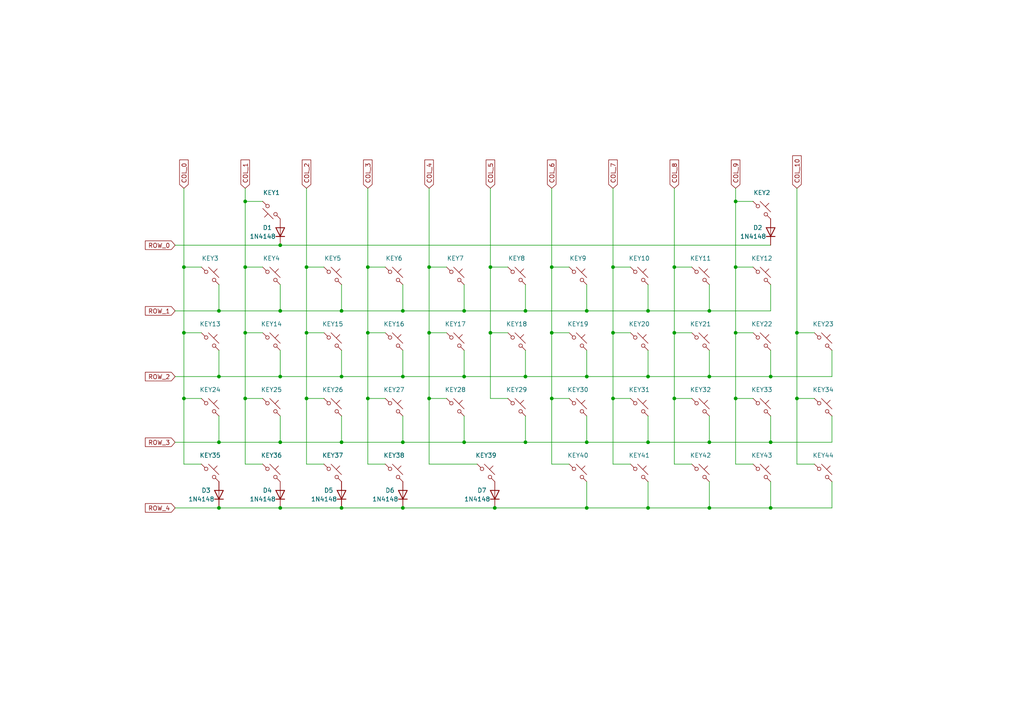
<source format=kicad_sch>
(kicad_sch (version 20230121) (generator eeschema)
  (paper "A4")
  (lib_symbols
    (symbol "Diode:1N4148" (pin_numbers hide) (pin_names (offset 1.016) hide)
      (property "Reference" "D" (at 0 2.54 0))
      (property "Value" "1N4148" (at 0 -2.54 0))
      (symbol "1N4148_0_1"
        (polyline (pts (xy -1.27 1.27) (xy -1.27 -1.27)) (stroke (width 0.254)))
        (polyline (pts (xy 1.27 0) (xy -1.27 0)))
        (polyline (pts (xy 1.27 1.27) (xy 1.27 -1.27) (xy -1.27 0) (xy 1.27 1.27)) (stroke (width 0.254)))
      )
      (symbol "1N4148_1_1"
        (pin passive line (at -3.81 0 0) (length 2.54) (name "K") (number "1"))
        (pin passive line (at 3.81 0 180) (length 2.54) (name "A") (number "2"))
      )
    )
    (symbol "Switch:SW_Push_45deg" (pin_numbers hide) (pin_names (offset 1.016) hide)
      (property "Reference" "SW" (at 3.048 1.016 0))
      (property "Value" "SW_Push_45deg" (at 0 -3.81 0))
      (symbol "SW_Push_45deg_0_1"
        (circle (center -1.1684 1.1684) (radius 0.508))
        (polyline (pts (xy -0.508 2.54) (xy 2.54 -0.508)))
        (polyline (pts (xy 1.016 1.016) (xy 2.032 2.032)))
        (polyline (pts (xy -2.54 2.54) (xy -1.524 1.524) (xy -1.524 1.524)))
        (polyline (pts (xy 1.524 -1.524) (xy 2.54 -2.54) (xy 2.54 -2.54) (xy 2.54 -2.54)))
        (circle (center 1.143 -1.1938) (radius 0.508))
        (pin passive line (at -2.54 2.54 0) (length 0) (name "1") (number "1"))
        (pin passive line (at 2.54 -2.54 180) (length 0) (name "2") (number "2"))
      )
    )
  )
  (junction (at 170.18 147.32))
  (junction (at 160.02 96.52))
  (junction (at 160.02 77.47))
  (junction (at 213.36 77.47))
  (junction (at 170.18 128.27))
  (junction (at 205.74 90.17))
  (junction (at 213.36 115.57))
  (junction (at 63.5 90.17))
  (junction (at 53.34 96.52))
  (junction (at 134.62 109.22))
  (junction (at 205.74 109.22))
  (junction (at 223.52 109.22))
  (junction (at 152.4 128.27))
  (junction (at 187.96 90.17))
  (junction (at 81.28 128.27))
  (junction (at 106.68 115.57))
  (junction (at 195.58 77.47))
  (junction (at 81.28 109.22))
  (junction (at 152.4 90.17))
  (junction (at 88.9 77.47))
  (junction (at 99.06 128.27))
  (junction (at 71.12 58.42))
  (junction (at 134.62 128.27))
  (junction (at 170.18 109.22))
  (junction (at 106.68 96.52))
  (junction (at 71.12 115.57))
  (junction (at 187.96 128.27))
  (junction (at 71.12 96.52))
  (junction (at 195.58 115.57))
  (junction (at 63.5 109.22))
  (junction (at 177.8 77.47))
  (junction (at 63.5 147.32))
  (junction (at 81.28 147.32))
  (junction (at 53.34 115.57))
  (junction (at 223.52 147.32))
  (junction (at 124.46 115.57))
  (junction (at 187.96 147.32))
  (junction (at 63.5 128.27))
  (junction (at 170.18 90.17))
  (junction (at 195.58 96.52))
  (junction (at 116.84 147.32))
  (junction (at 88.9 115.57))
  (junction (at 160.02 115.57))
  (junction (at 143.51 147.32))
  (junction (at 177.8 115.57))
  (junction (at 71.12 77.47))
  (junction (at 53.34 77.47))
  (junction (at 99.06 109.22))
  (junction (at 116.84 90.17))
  (junction (at 134.62 90.17))
  (junction (at 213.36 58.42))
  (junction (at 187.96 109.22))
  (junction (at 177.8 96.52))
  (junction (at 152.4 109.22))
  (junction (at 106.68 77.47))
  (junction (at 88.9 96.52))
  (junction (at 205.74 128.27))
  (junction (at 231.14 96.52))
  (junction (at 116.84 128.27))
  (junction (at 124.46 96.52))
  (junction (at 205.74 147.32))
  (junction (at 99.06 147.32))
  (junction (at 124.46 77.47))
  (junction (at 81.28 71.12))
  (junction (at 223.52 128.27))
  (junction (at 142.24 96.52))
  (junction (at 99.06 90.17))
  (junction (at 213.36 96.52))
  (junction (at 116.84 109.22))
  (junction (at 142.24 77.47))
  (junction (at 81.28 90.17))
  (junction (at 231.14 115.57))
  (wire (pts (xy 71.12 115.57) (xy 71.12 134.62)))
  (wire (pts (xy 53.34 77.47) (xy 58.42 77.47)))
  (wire (pts (xy 177.8 54.61) (xy 177.8 77.47)))
  (wire (pts (xy 99.06 101.6) (xy 99.06 109.22)))
  (wire (pts (xy 116.84 82.55) (xy 116.84 90.17)))
  (wire (pts (xy 71.12 54.61) (xy 71.12 58.42)))
  (wire (pts (xy 231.14 96.52) (xy 236.22 96.52)))
  (wire (pts (xy 177.8 77.47) (xy 177.8 96.52)))
  (wire (pts (xy 152.4 101.6) (xy 152.4 109.22)))
  (wire (pts (xy 205.74 139.7) (xy 205.74 147.32)))
  (wire (pts (xy 134.62 101.6) (xy 134.62 109.22)))
  (wire (pts (xy 177.8 115.57) (xy 182.88 115.57)))
  (wire (pts (xy 231.14 134.62) (xy 236.22 134.62)))
  (wire (pts (xy 187.96 90.17) (xy 205.74 90.17)))
  (wire (pts (xy 106.68 96.52) (xy 106.68 115.57)))
  (wire (pts (xy 124.46 77.47) (xy 129.54 77.47)))
  (wire (pts (xy 231.14 115.57) (xy 231.14 134.62)))
  (wire (pts (xy 223.52 147.32) (xy 241.3 147.32)))
  (wire (pts (xy 213.36 54.61) (xy 213.36 58.42)))
  (wire (pts (xy 195.58 77.47) (xy 200.66 77.47)))
  (wire (pts (xy 223.52 109.22) (xy 241.3 109.22)))
  (wire (pts (xy 99.06 90.17) (xy 116.84 90.17)))
  (wire (pts (xy 50.8 71.12) (xy 81.28 71.12)))
  (wire (pts (xy 142.24 54.61) (xy 142.24 77.47)))
  (wire (pts (xy 142.24 96.52) (xy 142.24 115.57)))
  (wire (pts (xy 170.18 139.7) (xy 170.18 147.32)))
  (wire (pts (xy 71.12 134.62) (xy 76.2 134.62)))
  (wire (pts (xy 99.06 120.65) (xy 99.06 128.27)))
  (wire (pts (xy 81.28 128.27) (xy 99.06 128.27)))
  (wire (pts (xy 170.18 120.65) (xy 170.18 128.27)))
  (wire (pts (xy 124.46 134.62) (xy 138.43 134.62)))
  (wire (pts (xy 106.68 77.47) (xy 111.76 77.47)))
  (wire (pts (xy 116.84 109.22) (xy 134.62 109.22)))
  (wire (pts (xy 187.96 101.6) (xy 187.96 109.22)))
  (wire (pts (xy 241.3 101.6) (xy 241.3 109.22)))
  (wire (pts (xy 187.96 120.65) (xy 187.96 128.27)))
  (wire (pts (xy 170.18 128.27) (xy 187.96 128.27)))
  (wire (pts (xy 195.58 115.57) (xy 200.66 115.57)))
  (wire (pts (xy 50.8 90.17) (xy 63.5 90.17)))
  (wire (pts (xy 195.58 54.61) (xy 195.58 77.47)))
  (wire (pts (xy 223.52 101.6) (xy 223.52 109.22)))
  (wire (pts (xy 231.14 96.52) (xy 231.14 115.57)))
  (wire (pts (xy 81.28 90.17) (xy 99.06 90.17)))
  (wire (pts (xy 152.4 128.27) (xy 170.18 128.27)))
  (wire (pts (xy 63.5 128.27) (xy 81.28 128.27)))
  (wire (pts (xy 99.06 82.55) (xy 99.06 90.17)))
  (wire (pts (xy 213.36 96.52) (xy 213.36 115.57)))
  (wire (pts (xy 205.74 109.22) (xy 223.52 109.22)))
  (wire (pts (xy 177.8 115.57) (xy 177.8 134.62)))
  (wire (pts (xy 63.5 147.32) (xy 81.28 147.32)))
  (wire (pts (xy 160.02 115.57) (xy 165.1 115.57)))
  (wire (pts (xy 213.36 58.42) (xy 218.44 58.42)))
  (wire (pts (xy 134.62 109.22) (xy 152.4 109.22)))
  (wire (pts (xy 50.8 109.22) (xy 63.5 109.22)))
  (wire (pts (xy 223.52 128.27) (xy 241.3 128.27)))
  (wire (pts (xy 88.9 134.62) (xy 93.98 134.62)))
  (wire (pts (xy 99.06 147.32) (xy 116.84 147.32)))
  (wire (pts (xy 187.96 109.22) (xy 205.74 109.22)))
  (wire (pts (xy 53.34 115.57) (xy 58.42 115.57)))
  (wire (pts (xy 160.02 115.57) (xy 160.02 134.62)))
  (wire (pts (xy 142.24 96.52) (xy 147.32 96.52)))
  (wire (pts (xy 50.8 147.32) (xy 63.5 147.32)))
  (wire (pts (xy 195.58 115.57) (xy 195.58 134.62)))
  (wire (pts (xy 106.68 134.62) (xy 111.76 134.62)))
  (wire (pts (xy 205.74 90.17) (xy 223.52 90.17)))
  (wire (pts (xy 170.18 109.22) (xy 187.96 109.22)))
  (wire (pts (xy 223.52 82.55) (xy 223.52 90.17)))
  (wire (pts (xy 88.9 77.47) (xy 88.9 96.52)))
  (wire (pts (xy 134.62 120.65) (xy 134.62 128.27)))
  (wire (pts (xy 143.51 147.32) (xy 170.18 147.32)))
  (wire (pts (xy 71.12 115.57) (xy 76.2 115.57)))
  (wire (pts (xy 160.02 96.52) (xy 165.1 96.52)))
  (wire (pts (xy 177.8 134.62) (xy 182.88 134.62)))
  (wire (pts (xy 231.14 115.57) (xy 236.22 115.57)))
  (wire (pts (xy 177.8 96.52) (xy 182.88 96.52)))
  (wire (pts (xy 53.34 96.52) (xy 53.34 115.57)))
  (wire (pts (xy 63.5 120.65) (xy 63.5 128.27)))
  (wire (pts (xy 71.12 77.47) (xy 76.2 77.47)))
  (wire (pts (xy 152.4 109.22) (xy 170.18 109.22)))
  (wire (pts (xy 63.5 82.55) (xy 63.5 90.17)))
  (wire (pts (xy 177.8 96.52) (xy 177.8 115.57)))
  (wire (pts (xy 205.74 128.27) (xy 223.52 128.27)))
  (wire (pts (xy 195.58 134.62) (xy 200.66 134.62)))
  (wire (pts (xy 106.68 54.61) (xy 106.68 77.47)))
  (wire (pts (xy 71.12 96.52) (xy 71.12 115.57)))
  (wire (pts (xy 152.4 90.17) (xy 170.18 90.17)))
  (wire (pts (xy 53.34 54.61) (xy 53.34 77.47)))
  (wire (pts (xy 71.12 58.42) (xy 71.12 77.47)))
  (wire (pts (xy 124.46 54.61) (xy 124.46 77.47)))
  (wire (pts (xy 195.58 77.47) (xy 195.58 96.52)))
  (wire (pts (xy 241.3 120.65) (xy 241.3 128.27)))
  (wire (pts (xy 142.24 115.57) (xy 147.32 115.57)))
  (wire (pts (xy 134.62 128.27) (xy 152.4 128.27)))
  (wire (pts (xy 99.06 109.22) (xy 116.84 109.22)))
  (wire (pts (xy 116.84 128.27) (xy 134.62 128.27)))
  (wire (pts (xy 81.28 71.12) (xy 223.52 71.12)))
  (wire (pts (xy 170.18 90.17) (xy 187.96 90.17)))
  (wire (pts (xy 160.02 54.61) (xy 160.02 77.47)))
  (wire (pts (xy 205.74 120.65) (xy 205.74 128.27)))
  (wire (pts (xy 53.34 96.52) (xy 58.42 96.52)))
  (wire (pts (xy 205.74 82.55) (xy 205.74 90.17)))
  (wire (pts (xy 187.96 82.55) (xy 187.96 90.17)))
  (wire (pts (xy 88.9 115.57) (xy 93.98 115.57)))
  (wire (pts (xy 124.46 115.57) (xy 124.46 134.62)))
  (wire (pts (xy 88.9 115.57) (xy 88.9 134.62)))
  (wire (pts (xy 63.5 101.6) (xy 63.5 109.22)))
  (wire (pts (xy 223.52 139.7) (xy 223.52 147.32)))
  (wire (pts (xy 71.12 58.42) (xy 76.2 58.42)))
  (wire (pts (xy 152.4 120.65) (xy 152.4 128.27)))
  (wire (pts (xy 205.74 147.32) (xy 223.52 147.32)))
  (wire (pts (xy 205.74 101.6) (xy 205.74 109.22)))
  (wire (pts (xy 88.9 96.52) (xy 93.98 96.52)))
  (wire (pts (xy 187.96 139.7) (xy 187.96 147.32)))
  (wire (pts (xy 63.5 90.17) (xy 81.28 90.17)))
  (wire (pts (xy 124.46 77.47) (xy 124.46 96.52)))
  (wire (pts (xy 124.46 96.52) (xy 124.46 115.57)))
  (wire (pts (xy 63.5 109.22) (xy 81.28 109.22)))
  (wire (pts (xy 53.34 77.47) (xy 53.34 96.52)))
  (wire (pts (xy 71.12 77.47) (xy 71.12 96.52)))
  (wire (pts (xy 223.52 120.65) (xy 223.52 128.27)))
  (wire (pts (xy 124.46 115.57) (xy 129.54 115.57)))
  (wire (pts (xy 116.84 147.32) (xy 143.51 147.32)))
  (wire (pts (xy 241.3 139.7) (xy 241.3 147.32)))
  (wire (pts (xy 81.28 120.65) (xy 81.28 128.27)))
  (wire (pts (xy 81.28 101.6) (xy 81.28 109.22)))
  (wire (pts (xy 81.28 109.22) (xy 99.06 109.22)))
  (wire (pts (xy 116.84 90.17) (xy 134.62 90.17)))
  (wire (pts (xy 71.12 96.52) (xy 76.2 96.52)))
  (wire (pts (xy 231.14 54.61) (xy 231.14 96.52)))
  (wire (pts (xy 88.9 77.47) (xy 93.98 77.47)))
  (wire (pts (xy 81.28 147.32) (xy 99.06 147.32)))
  (wire (pts (xy 160.02 134.62) (xy 165.1 134.62)))
  (wire (pts (xy 160.02 77.47) (xy 165.1 77.47)))
  (wire (pts (xy 142.24 77.47) (xy 142.24 96.52)))
  (wire (pts (xy 213.36 134.62) (xy 218.44 134.62)))
  (wire (pts (xy 99.06 128.27) (xy 116.84 128.27)))
  (wire (pts (xy 50.8 128.27) (xy 63.5 128.27)))
  (wire (pts (xy 142.24 77.47) (xy 147.32 77.47)))
  (wire (pts (xy 88.9 54.61) (xy 88.9 77.47)))
  (wire (pts (xy 81.28 82.55) (xy 81.28 90.17)))
  (wire (pts (xy 195.58 96.52) (xy 200.66 96.52)))
  (wire (pts (xy 116.84 120.65) (xy 116.84 128.27)))
  (wire (pts (xy 160.02 77.47) (xy 160.02 96.52)))
  (wire (pts (xy 170.18 147.32) (xy 187.96 147.32)))
  (wire (pts (xy 106.68 115.57) (xy 106.68 134.62)))
  (wire (pts (xy 213.36 96.52) (xy 218.44 96.52)))
  (wire (pts (xy 134.62 90.17) (xy 152.4 90.17)))
  (wire (pts (xy 177.8 77.47) (xy 182.88 77.47)))
  (wire (pts (xy 213.36 115.57) (xy 213.36 134.62)))
  (wire (pts (xy 195.58 96.52) (xy 195.58 115.57)))
  (wire (pts (xy 213.36 77.47) (xy 213.36 96.52)))
  (wire (pts (xy 106.68 77.47) (xy 106.68 96.52)))
  (wire (pts (xy 88.9 96.52) (xy 88.9 115.57)))
  (wire (pts (xy 53.34 134.62) (xy 58.42 134.62)))
  (wire (pts (xy 106.68 115.57) (xy 111.76 115.57)))
  (wire (pts (xy 134.62 82.55) (xy 134.62 90.17)))
  (wire (pts (xy 160.02 96.52) (xy 160.02 115.57)))
  (wire (pts (xy 213.36 58.42) (xy 213.36 77.47)))
  (wire (pts (xy 170.18 101.6) (xy 170.18 109.22)))
  (wire (pts (xy 152.4 82.55) (xy 152.4 90.17)))
  (wire (pts (xy 187.96 147.32) (xy 205.74 147.32)))
  (wire (pts (xy 170.18 82.55) (xy 170.18 90.17)))
  (wire (pts (xy 53.34 115.57) (xy 53.34 134.62)))
  (wire (pts (xy 124.46 96.52) (xy 129.54 96.52)))
  (wire (pts (xy 213.36 77.47) (xy 218.44 77.47)))
  (wire (pts (xy 187.96 128.27) (xy 205.74 128.27)))
  (wire (pts (xy 213.36 115.57) (xy 218.44 115.57)))
  (wire (pts (xy 116.84 101.6) (xy 116.84 109.22)))
  (wire (pts (xy 106.68 96.52) (xy 111.76 96.52)))
  (global_label "COL_4" (shape input) (at 124.46 54.61 90) (property "Intersheetrefs" "${INTERSHEET_REFS}" (effects hide)))
  (global_label "COL_5" (shape input) (at 142.24 54.61 90) (property "Intersheetrefs" "${INTERSHEET_REFS}" (effects hide)))
  (global_label "COL_6" (shape input) (at 160.02 54.61 90) (property "Intersheetrefs" "${INTERSHEET_REFS}" (effects hide)))
  (global_label "COL_8" (shape input) (at 195.58 54.61 90) (property "Intersheetrefs" "${INTERSHEET_REFS}" (effects hide)))
  (global_label "COL_3" (shape input) (at 106.68 54.61 90) (property "Intersheetrefs" "${INTERSHEET_REFS}" (effects hide)))
  (global_label "ROW_1" (shape input) (at 50.8 90.17 180) (property "Intersheetrefs" "${INTERSHEET_REFS}" (effects hide)))
  (global_label "COL_7" (shape input) (at 177.8 54.61 90) (property "Intersheetrefs" "${INTERSHEET_REFS}" (effects hide)))
  (global_label "COL_2" (shape input) (at 88.9 54.61 90) (property "Intersheetrefs" "${INTERSHEET_REFS}" (effects hide)))
  (global_label "ROW_3" (shape input) (at 50.8 128.27 180) (property "Intersheetrefs" "${INTERSHEET_REFS}" (effects hide)))
  (global_label "COL_1" (shape input) (at 71.12 54.61 90) (property "Intersheetrefs" "${INTERSHEET_REFS}" (effects hide)))
  (global_label "COL_9" (shape input) (at 213.36 54.61 90) (property "Intersheetrefs" "${INTERSHEET_REFS}" (effects hide)))
  (global_label "ROW_4" (shape input) (at 50.8 147.32 180) (property "Intersheetrefs" "${INTERSHEET_REFS}" (effects hide)))
  (global_label "COL_10" (shape input) (at 231.14 54.61 90) (property "Intersheetrefs" "${INTERSHEET_REFS}" (effects hide)))
  (global_label "ROW_2" (shape input) (at 50.8 109.22 180) (property "Intersheetrefs" "${INTERSHEET_REFS}" (effects hide)))
  (global_label "COL_0" (shape input) (at 53.34 54.61 90) (property "Intersheetrefs" "${INTERSHEET_REFS}" (effects hide)))
  (global_label "ROW_0" (shape input) (at 50.8 71.12 180) (property "Intersheetrefs" "${INTERSHEET_REFS}" (effects hide)))
  (symbol (lib_id "Switch:SW_Push_45deg") (at 185.42 80.01 0) (unit 1)
    (property "Reference" "KEY10" (at 185.42 74.93 0))
    (property "Value" "SW_Push_45deg" (effects hide))
    (property "Footprint" "Miniboard:SW_1TS015A" (effects hide))
    (property "LCSC" "C256105" (effects hide))
    (property "MFR. Part #" "1TS015A-1800-0600-CT" (effects hide))
  )
  (symbol (lib_id "Switch:SW_Push_45deg") (at 238.76 118.11 0) (unit 1)
    (property "Reference" "KEY34" (at 238.76 113.03 0))
    (property "Value" "SW_Push_45deg" (effects hide))
    (property "Footprint" "Miniboard:SW_1TS015A" (effects hide))
    (property "LCSC" "C256105" (effects hide))
    (property "MFR. Part #" "1TS015A-1800-0600-CT" (effects hide))
  )
  (symbol (lib_id "Switch:SW_Push_45deg") (at 149.86 99.06 0) (unit 1)
    (property "Reference" "KEY18" (at 149.86 93.98 0))
    (property "Value" "SW_Push_45deg" (effects hide))
    (property "Footprint" "Miniboard:SW_1TS015A" (effects hide))
    (property "LCSC" "C256105" (effects hide))
    (property "MFR. Part #" "1TS015A-1800-0600-CT" (effects hide))
  )
  (symbol (lib_id "Diode:1N4148") (at 99.06 143.51 90) (unit 1)
    (property "Reference" "D5" (at 93.98 142.24 90) (effects (justify right)))
    (property "Value" "1N4148" (at 90.17 144.78 90) (effects (justify right)))
    (property "Footprint" "Diode_SMD:D_SOD-323_HandSoldering" (effects hide))
    (property "Datasheet" "https://assets.nexperia.com/documents/data-sheet/1N4148_1N4448.pdf" (effects hide))
    (property "LCSC" "C2128" (effects hide))
    (property "MFR. Part #" "1N4148WS" (effects hide))
  )
  (symbol (lib_id "Switch:SW_Push_45deg") (at 96.52 80.01 0) (unit 1)
    (property "Reference" "KEY5" (at 96.52 74.93 0))
    (property "Value" "SW_Push_45deg" (effects hide))
    (property "Footprint" "Miniboard:SW_1TS015A" (effects hide))
    (property "LCSC" "C256105" (effects hide))
    (property "MFR. Part #" "1TS015A-1800-0600-CT" (effects hide))
  )
  (symbol (lib_id "Switch:SW_Push_45deg") (at 220.98 118.11 0) (unit 1)
    (property "Reference" "KEY33" (at 220.98 113.03 0))
    (property "Value" "SW_Push_45deg" (effects hide))
    (property "Footprint" "Miniboard:SW_1TS015A" (effects hide))
    (property "LCSC" "C256105" (effects hide))
    (property "MFR. Part #" "1TS015A-1800-0600-CT" (effects hide))
  )
  (symbol (lib_id "Switch:SW_Push_45deg") (at 96.52 118.11 0) (unit 1)
    (property "Reference" "KEY26" (at 96.52 113.03 0))
    (property "Value" "SW_Push_45deg" (effects hide))
    (property "Footprint" "Miniboard:SW_1TS015A" (effects hide))
    (property "LCSC" "C256105" (effects hide))
    (property "MFR. Part #" "1TS015A-1800-0600-CT" (effects hide))
  )
  (symbol (lib_id "Switch:SW_Push_45deg") (at 149.86 118.11 0) (unit 1)
    (property "Reference" "KEY29" (at 149.86 113.03 0))
    (property "Value" "SW_Push_45deg" (effects hide))
    (property "Footprint" "Miniboard:SW_1TS015A" (effects hide))
    (property "LCSC" "C256105" (effects hide))
    (property "MFR. Part #" "1TS015A-1800-0600-CT" (effects hide))
  )
  (symbol (lib_id "Switch:SW_Push_45deg") (at 220.98 99.06 0) (unit 1)
    (property "Reference" "KEY22" (at 220.98 93.98 0))
    (property "Value" "SW_Push_45deg" (effects hide))
    (property "Footprint" "Miniboard:SW_1TS015A" (effects hide))
    (property "LCSC" "C256105" (effects hide))
    (property "MFR. Part #" "1TS015A-1800-0600-CT" (effects hide))
  )
  (symbol (lib_id "Switch:SW_Push_45deg") (at 203.2 99.06 0) (unit 1)
    (property "Reference" "KEY21" (at 203.2 93.98 0))
    (property "Value" "SW_Push_45deg" (effects hide))
    (property "Footprint" "Miniboard:SW_1TS015A" (effects hide))
    (property "LCSC" "C256105" (effects hide))
    (property "MFR. Part #" "1TS015A-1800-0600-CT" (effects hide))
  )
  (symbol (lib_id "Switch:SW_Push_45deg") (at 238.76 99.06 0) (unit 1)
    (property "Reference" "KEY23" (at 238.76 93.98 0))
    (property "Value" "SW_Push_45deg" (effects hide))
    (property "Footprint" "Miniboard:SW_1TS015A" (effects hide))
    (property "LCSC" "C256105" (effects hide))
    (property "MFR. Part #" "1TS015A-1800-0600-CT" (effects hide))
  )
  (symbol (lib_id "Diode:1N4148") (at 143.51 143.51 90) (unit 1)
    (property "Reference" "D7" (at 138.43 142.24 90) (effects (justify right)))
    (property "Value" "1N4148" (at 134.62 144.78 90) (effects (justify right)))
    (property "Footprint" "Diode_SMD:D_SOD-323_HandSoldering" (effects hide))
    (property "Datasheet" "https://assets.nexperia.com/documents/data-sheet/1N4148_1N4448.pdf" (effects hide))
    (property "LCSC" "C2128" (effects hide))
    (property "MFR. Part #" "1N4148WS" (effects hide))
  )
  (symbol (lib_id "Diode:1N4148") (at 116.84 143.51 90) (unit 1)
    (property "Reference" "D6" (at 111.76 142.24 90) (effects (justify right)))
    (property "Value" "1N4148" (at 107.95 144.78 90) (effects (justify right)))
    (property "Footprint" "Diode_SMD:D_SOD-323_HandSoldering" (effects hide))
    (property "Datasheet" "https://assets.nexperia.com/documents/data-sheet/1N4148_1N4448.pdf" (effects hide))
    (property "LCSC" "C2128" (effects hide))
    (property "MFR. Part #" "1N4148WS" (effects hide))
  )
  (symbol (lib_id "Switch:SW_Push_45deg") (at 220.98 80.01 0) (unit 1)
    (property "Reference" "KEY12" (at 220.98 74.93 0))
    (property "Value" "SW_Push_45deg" (effects hide))
    (property "Footprint" "Miniboard:SW_1TS015A" (effects hide))
    (property "LCSC" "C256105" (effects hide))
    (property "MFR. Part #" "1TS015A-1800-0600-CT" (effects hide))
  )
  (symbol (lib_id "Switch:SW_Push_45deg") (at 60.96 80.01 0) (unit 1)
    (property "Reference" "KEY3" (at 60.96 74.93 0))
    (property "Value" "SW_Push_45deg" (effects hide))
    (property "Footprint" "Miniboard:SW_1TS015A" (effects hide))
    (property "LCSC" "C256105" (effects hide))
    (property "MFR. Part #" "1TS015A-1800-0600-CT" (effects hide))
  )
  (symbol (lib_id "Switch:SW_Push_45deg") (at 167.64 80.01 0) (unit 1)
    (property "Reference" "KEY9" (at 167.64 74.93 0))
    (property "Value" "SW_Push_45deg" (effects hide))
    (property "Footprint" "Miniboard:SW_1TS015A" (effects hide))
    (property "LCSC" "C256105" (effects hide))
    (property "MFR. Part #" "1TS015A-1800-0600-CT" (effects hide))
  )
  (symbol (lib_id "Switch:SW_Push_45deg") (at 167.64 118.11 0) (unit 1)
    (property "Reference" "KEY30" (at 167.64 113.03 0))
    (property "Value" "SW_Push_45deg" (effects hide))
    (property "Footprint" "Miniboard:SW_1TS015A" (effects hide))
    (property "LCSC" "C256105" (effects hide))
    (property "MFR. Part #" "1TS015A-1800-0600-CT" (effects hide))
  )
  (symbol (lib_id "Switch:SW_Push_45deg") (at 203.2 118.11 0) (unit 1)
    (property "Reference" "KEY32" (at 203.2 113.03 0))
    (property "Value" "SW_Push_45deg" (effects hide))
    (property "Footprint" "Miniboard:SW_1TS015A" (effects hide))
    (property "LCSC" "C256105" (effects hide))
    (property "MFR. Part #" "1TS015A-1800-0600-CT" (effects hide))
  )
  (symbol (lib_id "Switch:SW_Push_45deg") (at 132.08 80.01 0) (unit 1)
    (property "Reference" "KEY7" (at 132.08 74.93 0))
    (property "Value" "SW_Push_45deg" (effects hide))
    (property "Footprint" "Miniboard:SW_1TS015A" (effects hide))
    (property "LCSC" "C256105" (effects hide))
    (property "MFR. Part #" "1TS015A-1800-0600-CT" (effects hide))
  )
  (symbol (lib_id "Switch:SW_Push_45deg") (at 203.2 137.16 0) (unit 1)
    (property "Reference" "KEY42" (at 203.2 132.08 0))
    (property "Value" "SW_Push_45deg" (effects hide))
    (property "Footprint" "Miniboard:SW_1TS015A" (effects hide))
    (property "LCSC" "C256105" (effects hide))
    (property "MFR. Part #" "1TS015A-1800-0600-CT" (effects hide))
  )
  (symbol (lib_id "Switch:SW_Push_45deg") (at 78.74 80.01 0) (unit 1)
    (property "Reference" "KEY4" (at 78.74 74.93 0))
    (property "Value" "SW_Push_45deg" (effects hide))
    (property "Footprint" "Miniboard:SW_1TS015A" (effects hide))
    (property "LCSC" "C256105" (effects hide))
    (property "MFR. Part #" "1TS015A-1800-0600-CT" (effects hide))
  )
  (symbol (lib_id "Switch:SW_Push_45deg") (at 167.64 99.06 0) (unit 1)
    (property "Reference" "KEY19" (at 167.64 93.98 0))
    (property "Value" "SW_Push_45deg" (effects hide))
    (property "Footprint" "Miniboard:SW_1TS015A" (effects hide))
    (property "LCSC" "C256105" (effects hide))
    (property "MFR. Part #" "1TS015A-1800-0600-CT" (effects hide))
  )
  (symbol (lib_id "Switch:SW_Push_45deg") (at 78.74 60.96 180) (unit 1)
    (property "Reference" "KEY1" (at 78.74 55.88 0))
    (property "Value" "SW_Push_45deg" (effects hide))
    (property "Footprint" "Miniboard:SW_2x4x3.5mm_side" (effects hide))
    (property "LCSC" "C393942" (effects hide))
    (property "MFR. Part #" "TS24CA" (effects hide))
  )
  (symbol (lib_id "Switch:SW_Push_45deg") (at 220.98 60.96 0) (unit 1)
    (property "Reference" "KEY2" (at 220.98 55.88 0))
    (property "Value" "SW_Push_45deg" (effects hide))
    (property "Footprint" "Miniboard:SW_2x4x3.5mm_side" (effects hide))
    (property "LCSC" "C393942" (effects hide))
    (property "MFR. Part #" "TS24CA" (effects hide))
  )
  (symbol (lib_id "Switch:SW_Push_45deg") (at 96.52 99.06 0) (unit 1)
    (property "Reference" "KEY15" (at 96.52 93.98 0))
    (property "Value" "SW_Push_45deg" (effects hide))
    (property "Footprint" "Miniboard:SW_1TS015A" (effects hide))
    (property "LCSC" "C256105" (effects hide))
    (property "MFR. Part #" "1TS015A-1800-0600-CT" (effects hide))
  )
  (symbol (lib_id "Diode:1N4148") (at 63.5 143.51 90) (unit 1)
    (property "Reference" "D3" (at 58.42 142.24 90) (effects (justify right)))
    (property "Value" "1N4148" (at 54.61 144.78 90) (effects (justify right)))
    (property "Footprint" "Diode_SMD:D_SOD-323_HandSoldering" (effects hide))
    (property "Datasheet" "https://assets.nexperia.com/documents/data-sheet/1N4148_1N4448.pdf" (effects hide))
    (property "LCSC" "C2128" (effects hide))
    (property "MFR. Part #" "1N4148WS" (effects hide))
  )
  (symbol (lib_id "Switch:SW_Push_45deg") (at 220.98 137.16 0) (unit 1)
    (property "Reference" "KEY43" (at 220.98 132.08 0))
    (property "Value" "SW_Push_45deg" (effects hide))
    (property "Footprint" "Miniboard:SW_1TS015A" (effects hide))
    (property "LCSC" "C256105" (effects hide))
    (property "MFR. Part #" "1TS015A-1800-0600-CT" (effects hide))
  )
  (symbol (lib_id "Switch:SW_Push_45deg") (at 114.3 99.06 0) (unit 1)
    (property "Reference" "KEY16" (at 114.3 93.98 0))
    (property "Value" "SW_Push_45deg" (effects hide))
    (property "Footprint" "Miniboard:SW_1TS015A" (effects hide))
    (property "LCSC" "C256105" (effects hide))
    (property "MFR. Part #" "1TS015A-1800-0600-CT" (effects hide))
  )
  (symbol (lib_id "Switch:SW_Push_45deg") (at 238.76 137.16 0) (unit 1)
    (property "Reference" "KEY44" (at 238.76 132.08 0))
    (property "Value" "SW_Push_45deg" (effects hide))
    (property "Footprint" "Miniboard:SW_1TS015A" (effects hide))
    (property "LCSC" "C256105" (effects hide))
    (property "MFR. Part #" "1TS015A-1800-0600-CT" (effects hide))
  )
  (symbol (lib_id "Switch:SW_Push_45deg") (at 185.42 118.11 0) (unit 1)
    (property "Reference" "KEY31" (at 185.42 113.03 0))
    (property "Value" "SW_Push_45deg" (effects hide))
    (property "Footprint" "Miniboard:SW_1TS015A" (effects hide))
    (property "LCSC" "C256105" (effects hide))
    (property "MFR. Part #" "1TS015A-1800-0600-CT" (effects hide))
  )
  (symbol (lib_id "Switch:SW_Push_45deg") (at 140.97 137.16 0) (unit 1)
    (property "Reference" "KEY39" (at 140.97 132.08 0))
    (property "Value" "SW_Push_45deg" (effects hide))
    (property "Footprint" "Miniboard:SW_1TS015A" (effects hide))
    (property "LCSC" "C256105" (effects hide))
    (property "MFR. Part #" "1TS015A-1800-0600-CT" (effects hide))
  )
  (symbol (lib_id "Switch:SW_Push_45deg") (at 114.3 80.01 0) (unit 1)
    (property "Reference" "KEY6" (at 114.3 74.93 0))
    (property "Value" "SW_Push_45deg" (effects hide))
    (property "Footprint" "Miniboard:SW_1TS015A" (effects hide))
    (property "LCSC" "C256105" (effects hide))
    (property "MFR. Part #" "1TS015A-1800-0600-CT" (effects hide))
  )
  (symbol (lib_id "Switch:SW_Push_45deg") (at 203.2 80.01 0) (unit 1)
    (property "Reference" "KEY11" (at 203.2 74.93 0))
    (property "Value" "SW_Push_45deg" (effects hide))
    (property "Footprint" "Miniboard:SW_1TS015A" (effects hide))
    (property "LCSC" "C256105" (effects hide))
    (property "MFR. Part #" "1TS015A-1800-0600-CT" (effects hide))
  )
  (symbol (lib_id "Switch:SW_Push_45deg") (at 114.3 137.16 0) (unit 1)
    (property "Reference" "KEY38" (at 114.3 132.08 0))
    (property "Value" "SW_Push_45deg" (effects hide))
    (property "Footprint" "Miniboard:SW_1TS015A" (effects hide))
    (property "LCSC" "C256105" (effects hide))
    (property "MFR. Part #" "1TS015A-1800-0600-CT" (effects hide))
  )
  (symbol (lib_id "Switch:SW_Push_45deg") (at 78.74 137.16 0) (unit 1)
    (property "Reference" "KEY36" (at 78.74 132.08 0))
    (property "Value" "SW_Push_45deg" (effects hide))
    (property "Footprint" "Miniboard:SW_1TS015A" (effects hide))
    (property "LCSC" "C256105" (effects hide))
    (property "MFR. Part #" "1TS015A-1800-0600-CT" (effects hide))
  )
  (symbol (lib_id "Switch:SW_Push_45deg") (at 114.3 118.11 0) (unit 1)
    (property "Reference" "KEY27" (at 114.3 113.03 0))
    (property "Value" "SW_Push_45deg" (effects hide))
    (property "Footprint" "Miniboard:SW_1TS015A" (effects hide))
    (property "LCSC" "C256105" (effects hide))
    (property "MFR. Part #" "1TS015A-1800-0600-CT" (effects hide))
  )
  (symbol (lib_id "Switch:SW_Push_45deg") (at 78.74 99.06 0) (unit 1)
    (property "Reference" "KEY14" (at 78.74 93.98 0))
    (property "Value" "SW_Push_45deg" (effects hide))
    (property "Footprint" "Miniboard:SW_1TS015A" (effects hide))
    (property "LCSC" "C256105" (effects hide))
    (property "MFR. Part #" "1TS015A-1800-0600-CT" (effects hide))
  )
  (symbol (lib_id "Switch:SW_Push_45deg") (at 132.08 118.11 0) (unit 1)
    (property "Reference" "KEY28" (at 132.08 113.03 0))
    (property "Value" "SW_Push_45deg" (effects hide))
    (property "Footprint" "Miniboard:SW_1TS015A" (effects hide))
    (property "LCSC" "C256105" (effects hide))
    (property "MFR. Part #" "1TS015A-1800-0600-CT" (effects hide))
  )
  (symbol (lib_id "Switch:SW_Push_45deg") (at 60.96 118.11 0) (unit 1)
    (property "Reference" "KEY24" (at 60.96 113.03 0))
    (property "Value" "SW_Push_45deg" (effects hide))
    (property "Footprint" "Miniboard:SW_1TS015A" (effects hide))
    (property "LCSC" "C256105" (effects hide))
    (property "MFR. Part #" "1TS015A-1800-0600-CT" (effects hide))
  )
  (symbol (lib_id "Switch:SW_Push_45deg") (at 149.86 80.01 0) (unit 1)
    (property "Reference" "KEY8" (at 149.86 74.93 0))
    (property "Value" "SW_Push_45deg" (effects hide))
    (property "Footprint" "Miniboard:SW_1TS015A" (effects hide))
    (property "LCSC" "C256105" (effects hide))
    (property "MFR. Part #" "1TS015A-1800-0600-CT" (effects hide))
  )
  (symbol (lib_id "Switch:SW_Push_45deg") (at 78.74 118.11 0) (unit 1)
    (property "Reference" "KEY25" (at 78.74 113.03 0))
    (property "Value" "SW_Push_45deg" (effects hide))
    (property "Footprint" "Miniboard:SW_1TS015A" (effects hide))
    (property "LCSC" "C256105" (effects hide))
    (property "MFR. Part #" "1TS015A-1800-0600-CT" (effects hide))
  )
  (symbol (lib_id "Switch:SW_Push_45deg") (at 60.96 99.06 0) (unit 1)
    (property "Reference" "KEY13" (at 60.96 93.98 0))
    (property "Value" "SW_Push_45deg" (effects hide))
    (property "Footprint" "Miniboard:SW_1TS015A" (effects hide))
    (property "LCSC" "C256105" (effects hide))
    (property "MFR. Part #" "1TS015A-1800-0600-CT" (effects hide))
  )
  (symbol (lib_id "Diode:1N4148") (at 223.52 67.31 90) (unit 1)
    (property "Reference" "D2" (at 218.44 66.04 90) (effects (justify right)))
    (property "Value" "1N4148" (at 214.63 68.58 90) (effects (justify right)))
    (property "Footprint" "Diode_SMD:D_SOD-323_HandSoldering" (effects hide))
    (property "Datasheet" "https://assets.nexperia.com/documents/data-sheet/1N4148_1N4448.pdf" (effects hide))
    (property "LCSC" "C2128" (effects hide))
    (property "MFR. Part #" "1N4148WS" (effects hide))
  )
  (symbol (lib_id "Switch:SW_Push_45deg") (at 167.64 137.16 0) (unit 1)
    (property "Reference" "KEY40" (at 167.64 132.08 0))
    (property "Value" "SW_Push_45deg" (effects hide))
    (property "Footprint" "Miniboard:SW_1TS015A" (effects hide))
    (property "LCSC" "C256105" (effects hide))
    (property "MFR. Part #" "1TS015A-1800-0600-CT" (effects hide))
  )
  (symbol (lib_id "Diode:1N4148") (at 81.28 67.31 90) (unit 1)
    (property "Reference" "D1" (at 76.2 66.04 90) (effects (justify right)))
    (property "Value" "1N4148" (at 72.39 68.58 90) (effects (justify right)))
    (property "Footprint" "Diode_SMD:D_SOD-323_HandSoldering" (effects hide))
    (property "Datasheet" "https://assets.nexperia.com/documents/data-sheet/1N4148_1N4448.pdf" (effects hide))
    (property "LCSC" "C2128" (effects hide))
    (property "MFR. Part #" "1N4148WS" (effects hide))
  )
  (symbol (lib_id "Switch:SW_Push_45deg") (at 185.42 99.06 0) (unit 1)
    (property "Reference" "KEY20" (at 185.42 93.98 0))
    (property "Value" "SW_Push_45deg" (effects hide))
    (property "Footprint" "Miniboard:SW_1TS015A" (effects hide))
    (property "LCSC" "C256105" (effects hide))
    (property "MFR. Part #" "1TS015A-1800-0600-CT" (effects hide))
  )
  (symbol (lib_id "Switch:SW_Push_45deg") (at 185.42 137.16 0) (unit 1)
    (property "Reference" "KEY41" (at 185.42 132.08 0))
    (property "Value" "SW_Push_45deg" (effects hide))
    (property "Footprint" "Miniboard:SW_1TS015A" (effects hide))
    (property "LCSC" "C256105" (effects hide))
    (property "MFR. Part #" "1TS015A-1800-0600-CT" (effects hide))
  )
  (symbol (lib_id "Switch:SW_Push_45deg") (at 132.08 99.06 0) (unit 1)
    (property "Reference" "KEY17" (at 132.08 93.98 0))
    (property "Value" "SW_Push_45deg" (effects hide))
    (property "Footprint" "Miniboard:SW_1TS015A" (effects hide))
    (property "LCSC" "C256105" (effects hide))
    (property "MFR. Part #" "1TS015A-1800-0600-CT" (effects hide))
  )
  (symbol (lib_id "Switch:SW_Push_45deg") (at 60.96 137.16 0) (unit 1)
    (property "Reference" "KEY35" (at 60.96 132.08 0))
    (property "Value" "SW_Push_45deg" (effects hide))
    (property "Footprint" "Miniboard:SW_1TS015A" (effects hide))
    (property "LCSC" "C256105" (effects hide))
    (property "MFR. Part #" "1TS015A-1800-0600-CT" (effects hide))
  )
  (symbol (lib_id "Diode:1N4148") (at 81.28 143.51 90) (unit 1)
    (property "Reference" "D4" (at 76.2 142.24 90) (effects (justify right)))
    (property "Value" "1N4148" (at 72.39 144.78 90) (effects (justify right)))
    (property "Footprint" "Diode_SMD:D_SOD-323_HandSoldering" (effects hide))
    (property "Datasheet" "https://assets.nexperia.com/documents/data-sheet/1N4148_1N4448.pdf" (effects hide))
    (property "LCSC" "C2128" (effects hide))
    (property "MFR. Part #" "1N4148WS" (effects hide))
  )
  (symbol (lib_id "Switch:SW_Push_45deg") (at 96.52 137.16 0) (unit 1)
    (property "Reference" "KEY37" (at 96.52 132.08 0))
    (property "Value" "SW_Push_45deg" (effects hide))
    (property "Footprint" "Miniboard:SW_1TS015A" (effects hide))
    (property "LCSC" "C256105" (effects hide))
    (property "MFR. Part #" "1TS015A-1800-0600-CT" (effects hide))
  )
)
</source>
